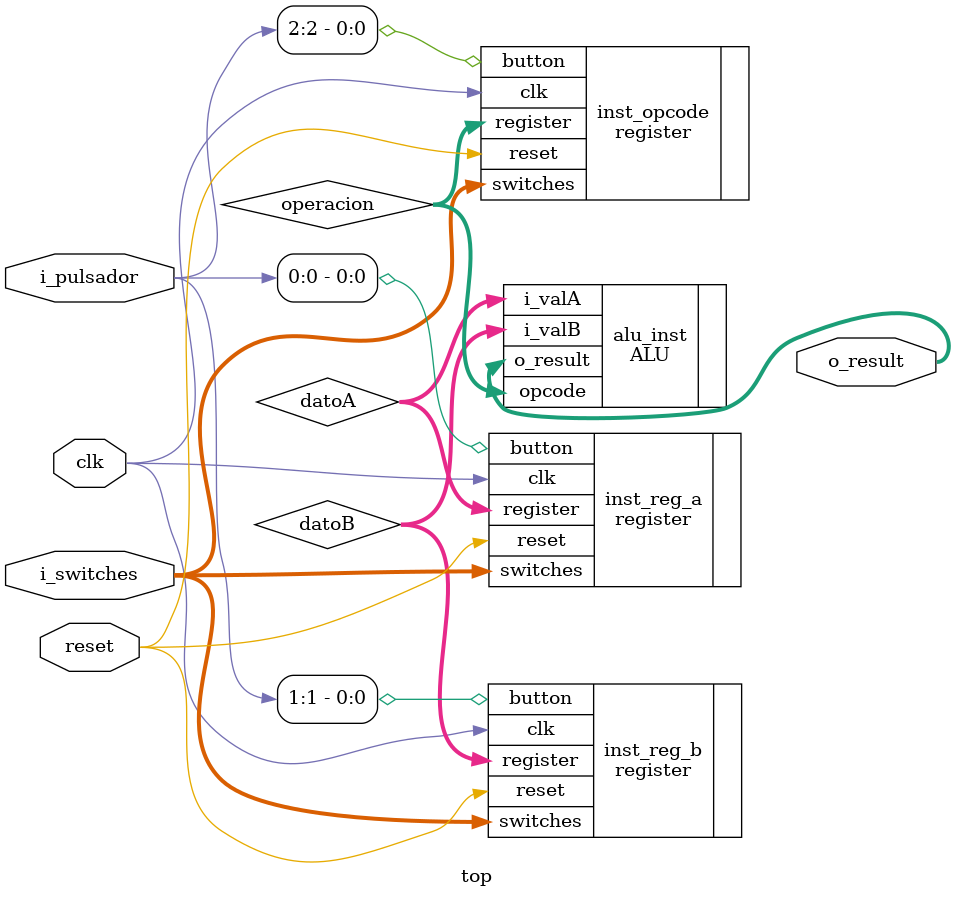
<source format=v>
`timescale 1ns / 1ps


module top
#(
    parameter BUS_WIDTH = 16,
    parameter OP_WIDTH  = 6,
    parameter PUL_WIDTH = 3
)
(
    input wire                              clk,
    input wire                            reset,
    input wire  [BUS_WIDTH - 1:0]    i_switches,
    input wire  [PUL_WIDTH - 1:0]    i_pulsador,
    output wire [BUS_WIDTH - 1:0]      o_result
    //Revisar como utilizar los switchs de las placas    
);
 
    wire [BUS_WIDTH - 1:0] datoA;
    wire [BUS_WIDTH - 1:0] datoB;
    wire [OP_WIDTH - 1:0] operacion; 
    
    register inst_reg_a (
        .clk(clk),
        .reset(reset),
        .switches(i_switches),
        .button(i_pulsador[0]),
        .register(datoA)
    );
    
    register inst_reg_b (
        .clk(clk),
        .reset(reset),
        .switches(i_switches),
        .button(i_pulsador[1]),
        .register(datoB)
    );   
    
    register #(6) inst_opcode (
        .clk(clk),
        .reset(reset),
        .switches(i_switches),
        .button(i_pulsador[2]),
        .register(operacion)
    );   
    
    //Instancia del modulo de la ALU
    ALU alu_inst (
        .i_valA(datoA),
        .i_valB(datoB),
        .opcode(operacion),
        .o_result(o_result)
    );
    

    
endmodule

</source>
